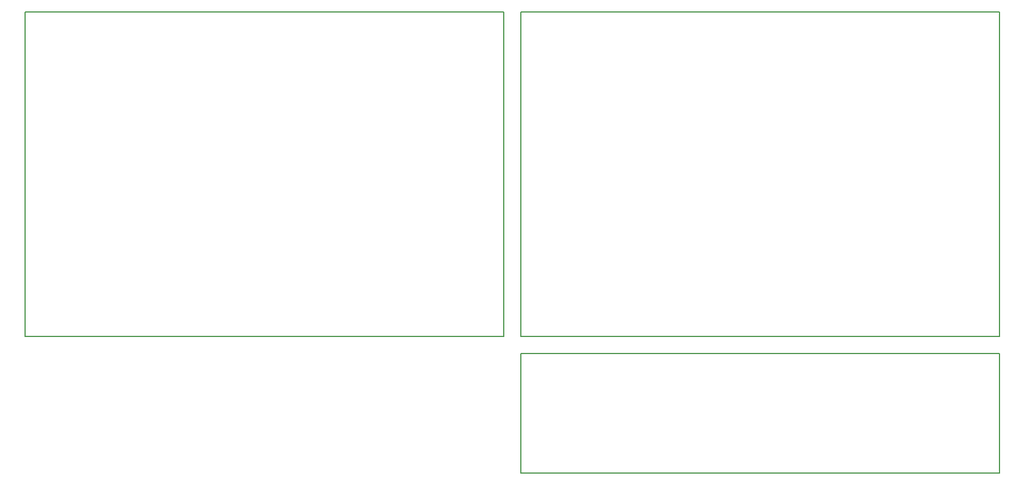
<source format=gbr>
G04 DesignSpark PCB Gerber Version 10.0 Build 5299*
%FSLAX35Y35*%
%MOIN*%
%ADD14C,0.00500*%
X0Y0D02*
D02*
D14*
X280250Y270250D02*
X250D01*
Y80250D01*
X280250D01*
Y270250D01*
X570250Y70250D02*
X290250D01*
Y250D01*
X570250D01*
Y70250D01*
Y270250D02*
X290250D01*
Y80250D01*
X570250D01*
Y270250D01*
X0Y0D02*
M02*

</source>
